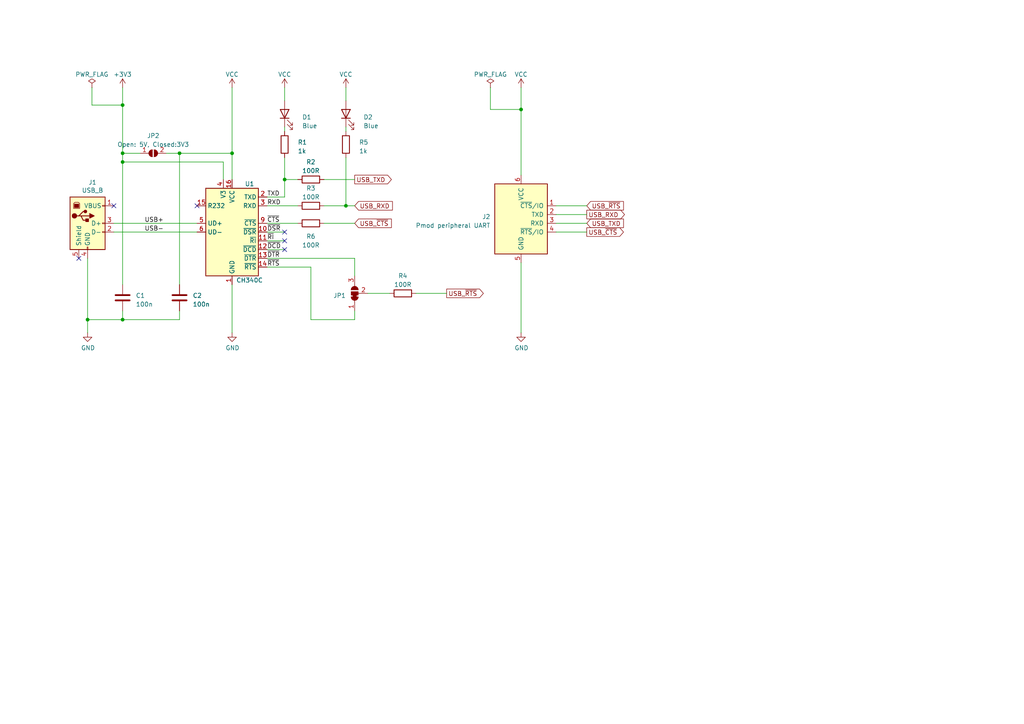
<source format=kicad_sch>
(kicad_sch (version 20230121) (generator eeschema)

  (uuid ef409a08-157a-48a5-aaa9-474c2683968c)

  (paper "A4")

  (title_block
    (title "PMOD USB UART")
    (date "2023-04-01")
    (rev "V1.0")
    (company "https://github.com/atoomnetmarc/PMOD-USB-UART")
    (comment 1 "Apache License, version 2.0")
  )

  (lib_symbols
    (symbol "Connector-extra:Pmod-peripheral-uart" (pin_names (offset 1.016)) (in_bom yes) (on_board yes)
      (property "Reference" "J" (at -6.985 11.43 0)
        (effects (font (size 1.27 1.27)))
      )
      (property "Value" "Pmod peripheral UART" (at 0.635 11.43 0)
        (effects (font (size 1.27 1.27)) (justify left))
      )
      (property "Footprint" "Connector_PinHeader_2.54mm-extra:PinHeader_1x06_P2.54mm_Horizontal" (at 0 -15.24 0)
        (effects (font (size 1.27 1.27)) hide)
      )
      (property "Datasheet" "https://digilent.com/reference/pmod/start" (at -1.27 -17.78 0)
        (effects (font (size 1.27 1.27)) hide)
      )
      (property "ki_keywords" "pmod" (at 0 0 0)
        (effects (font (size 1.27 1.27)) hide)
      )
      (property "ki_description" "Pmod Interface Type 3 (UART) peripheral" (at 0 0 0)
        (effects (font (size 1.27 1.27)) hide)
      )
      (symbol "Pmod-peripheral-uart_0_1"
        (rectangle (start -7.62 10.16) (end 7.62 -10.16)
          (stroke (width 0.254) (type default))
          (fill (type background))
        )
      )
      (symbol "Pmod-peripheral-uart_1_1"
        (pin input line (at 10.16 3.81 180) (length 2.54)
          (name "~{CTS}/IO" (effects (font (size 1.27 1.27))))
          (number "1" (effects (font (size 1.27 1.27))))
        )
        (pin output line (at 10.16 1.27 180) (length 2.54)
          (name "TXD" (effects (font (size 1.27 1.27))))
          (number "2" (effects (font (size 1.27 1.27))))
        )
        (pin input line (at 10.16 -1.27 180) (length 2.54)
          (name "RXD" (effects (font (size 1.27 1.27))))
          (number "3" (effects (font (size 1.27 1.27))))
        )
        (pin output line (at 10.16 -3.81 180) (length 2.54)
          (name "~{RTS}/IO" (effects (font (size 1.27 1.27))))
          (number "4" (effects (font (size 1.27 1.27))))
        )
        (pin power_in line (at 0 -12.7 90) (length 2.54)
          (name "GND" (effects (font (size 1.27 1.27))))
          (number "5" (effects (font (size 1.27 1.27))))
        )
        (pin power_in line (at 0 12.7 270) (length 2.54)
          (name "VCC" (effects (font (size 1.27 1.27))))
          (number "6" (effects (font (size 1.27 1.27))))
        )
      )
    )
    (symbol "Connector:USB_B" (pin_names (offset 1.016)) (in_bom yes) (on_board yes)
      (property "Reference" "J" (at -5.08 11.43 0)
        (effects (font (size 1.27 1.27)) (justify left))
      )
      (property "Value" "USB_B" (at -5.08 8.89 0)
        (effects (font (size 1.27 1.27)) (justify left))
      )
      (property "Footprint" "" (at 3.81 -1.27 0)
        (effects (font (size 1.27 1.27)) hide)
      )
      (property "Datasheet" " ~" (at 3.81 -1.27 0)
        (effects (font (size 1.27 1.27)) hide)
      )
      (property "ki_keywords" "connector USB" (at 0 0 0)
        (effects (font (size 1.27 1.27)) hide)
      )
      (property "ki_description" "USB Type B connector" (at 0 0 0)
        (effects (font (size 1.27 1.27)) hide)
      )
      (property "ki_fp_filters" "USB*" (at 0 0 0)
        (effects (font (size 1.27 1.27)) hide)
      )
      (symbol "USB_B_0_1"
        (rectangle (start -5.08 -7.62) (end 5.08 7.62)
          (stroke (width 0.254) (type default))
          (fill (type background))
        )
        (circle (center -3.81 2.159) (radius 0.635)
          (stroke (width 0.254) (type default))
          (fill (type outline))
        )
        (rectangle (start -3.81 5.588) (end -2.54 4.572)
          (stroke (width 0) (type default))
          (fill (type outline))
        )
        (circle (center -0.635 3.429) (radius 0.381)
          (stroke (width 0.254) (type default))
          (fill (type outline))
        )
        (rectangle (start -0.127 -7.62) (end 0.127 -6.858)
          (stroke (width 0) (type default))
          (fill (type none))
        )
        (polyline
          (pts
            (xy -1.905 2.159)
            (xy 0.635 2.159)
          )
          (stroke (width 0.254) (type default))
          (fill (type none))
        )
        (polyline
          (pts
            (xy -3.175 2.159)
            (xy -2.54 2.159)
            (xy -1.27 3.429)
            (xy -0.635 3.429)
          )
          (stroke (width 0.254) (type default))
          (fill (type none))
        )
        (polyline
          (pts
            (xy -2.54 2.159)
            (xy -1.905 2.159)
            (xy -1.27 0.889)
            (xy 0 0.889)
          )
          (stroke (width 0.254) (type default))
          (fill (type none))
        )
        (polyline
          (pts
            (xy 0.635 2.794)
            (xy 0.635 1.524)
            (xy 1.905 2.159)
            (xy 0.635 2.794)
          )
          (stroke (width 0.254) (type default))
          (fill (type outline))
        )
        (polyline
          (pts
            (xy -4.064 4.318)
            (xy -2.286 4.318)
            (xy -2.286 5.715)
            (xy -2.667 6.096)
            (xy -3.683 6.096)
            (xy -4.064 5.715)
            (xy -4.064 4.318)
          )
          (stroke (width 0) (type default))
          (fill (type none))
        )
        (rectangle (start 0.254 1.27) (end -0.508 0.508)
          (stroke (width 0.254) (type default))
          (fill (type outline))
        )
        (rectangle (start 5.08 -2.667) (end 4.318 -2.413)
          (stroke (width 0) (type default))
          (fill (type none))
        )
        (rectangle (start 5.08 -0.127) (end 4.318 0.127)
          (stroke (width 0) (type default))
          (fill (type none))
        )
        (rectangle (start 5.08 4.953) (end 4.318 5.207)
          (stroke (width 0) (type default))
          (fill (type none))
        )
      )
      (symbol "USB_B_1_1"
        (pin power_out line (at 7.62 5.08 180) (length 2.54)
          (name "VBUS" (effects (font (size 1.27 1.27))))
          (number "1" (effects (font (size 1.27 1.27))))
        )
        (pin bidirectional line (at 7.62 -2.54 180) (length 2.54)
          (name "D-" (effects (font (size 1.27 1.27))))
          (number "2" (effects (font (size 1.27 1.27))))
        )
        (pin bidirectional line (at 7.62 0 180) (length 2.54)
          (name "D+" (effects (font (size 1.27 1.27))))
          (number "3" (effects (font (size 1.27 1.27))))
        )
        (pin power_out line (at 0 -10.16 90) (length 2.54)
          (name "GND" (effects (font (size 1.27 1.27))))
          (number "4" (effects (font (size 1.27 1.27))))
        )
        (pin passive line (at -2.54 -10.16 90) (length 2.54)
          (name "Shield" (effects (font (size 1.27 1.27))))
          (number "5" (effects (font (size 1.27 1.27))))
        )
      )
    )
    (symbol "Device:C" (pin_numbers hide) (pin_names (offset 0.254)) (in_bom yes) (on_board yes)
      (property "Reference" "C" (at 0.635 2.54 0)
        (effects (font (size 1.27 1.27)) (justify left))
      )
      (property "Value" "C" (at 0.635 -2.54 0)
        (effects (font (size 1.27 1.27)) (justify left))
      )
      (property "Footprint" "" (at 0.9652 -3.81 0)
        (effects (font (size 1.27 1.27)) hide)
      )
      (property "Datasheet" "~" (at 0 0 0)
        (effects (font (size 1.27 1.27)) hide)
      )
      (property "ki_keywords" "cap capacitor" (at 0 0 0)
        (effects (font (size 1.27 1.27)) hide)
      )
      (property "ki_description" "Unpolarized capacitor" (at 0 0 0)
        (effects (font (size 1.27 1.27)) hide)
      )
      (property "ki_fp_filters" "C_*" (at 0 0 0)
        (effects (font (size 1.27 1.27)) hide)
      )
      (symbol "C_0_1"
        (polyline
          (pts
            (xy -2.032 -0.762)
            (xy 2.032 -0.762)
          )
          (stroke (width 0.508) (type default))
          (fill (type none))
        )
        (polyline
          (pts
            (xy -2.032 0.762)
            (xy 2.032 0.762)
          )
          (stroke (width 0.508) (type default))
          (fill (type none))
        )
      )
      (symbol "C_1_1"
        (pin passive line (at 0 3.81 270) (length 2.794)
          (name "~" (effects (font (size 1.27 1.27))))
          (number "1" (effects (font (size 1.27 1.27))))
        )
        (pin passive line (at 0 -3.81 90) (length 2.794)
          (name "~" (effects (font (size 1.27 1.27))))
          (number "2" (effects (font (size 1.27 1.27))))
        )
      )
    )
    (symbol "Device:LED" (pin_numbers hide) (pin_names (offset 1.016) hide) (in_bom yes) (on_board yes)
      (property "Reference" "D" (at 0 2.54 0)
        (effects (font (size 1.27 1.27)))
      )
      (property "Value" "LED" (at 0 -2.54 0)
        (effects (font (size 1.27 1.27)))
      )
      (property "Footprint" "" (at 0 0 0)
        (effects (font (size 1.27 1.27)) hide)
      )
      (property "Datasheet" "~" (at 0 0 0)
        (effects (font (size 1.27 1.27)) hide)
      )
      (property "ki_keywords" "LED diode" (at 0 0 0)
        (effects (font (size 1.27 1.27)) hide)
      )
      (property "ki_description" "Light emitting diode" (at 0 0 0)
        (effects (font (size 1.27 1.27)) hide)
      )
      (property "ki_fp_filters" "LED* LED_SMD:* LED_THT:*" (at 0 0 0)
        (effects (font (size 1.27 1.27)) hide)
      )
      (symbol "LED_0_1"
        (polyline
          (pts
            (xy -1.27 -1.27)
            (xy -1.27 1.27)
          )
          (stroke (width 0.254) (type default))
          (fill (type none))
        )
        (polyline
          (pts
            (xy -1.27 0)
            (xy 1.27 0)
          )
          (stroke (width 0) (type default))
          (fill (type none))
        )
        (polyline
          (pts
            (xy 1.27 -1.27)
            (xy 1.27 1.27)
            (xy -1.27 0)
            (xy 1.27 -1.27)
          )
          (stroke (width 0.254) (type default))
          (fill (type none))
        )
        (polyline
          (pts
            (xy -3.048 -0.762)
            (xy -4.572 -2.286)
            (xy -3.81 -2.286)
            (xy -4.572 -2.286)
            (xy -4.572 -1.524)
          )
          (stroke (width 0) (type default))
          (fill (type none))
        )
        (polyline
          (pts
            (xy -1.778 -0.762)
            (xy -3.302 -2.286)
            (xy -2.54 -2.286)
            (xy -3.302 -2.286)
            (xy -3.302 -1.524)
          )
          (stroke (width 0) (type default))
          (fill (type none))
        )
      )
      (symbol "LED_1_1"
        (pin passive line (at -3.81 0 0) (length 2.54)
          (name "K" (effects (font (size 1.27 1.27))))
          (number "1" (effects (font (size 1.27 1.27))))
        )
        (pin passive line (at 3.81 0 180) (length 2.54)
          (name "A" (effects (font (size 1.27 1.27))))
          (number "2" (effects (font (size 1.27 1.27))))
        )
      )
    )
    (symbol "Device:R" (pin_numbers hide) (pin_names (offset 0)) (in_bom yes) (on_board yes)
      (property "Reference" "R" (at 2.032 0 90)
        (effects (font (size 1.27 1.27)))
      )
      (property "Value" "R" (at 0 0 90)
        (effects (font (size 1.27 1.27)))
      )
      (property "Footprint" "" (at -1.778 0 90)
        (effects (font (size 1.27 1.27)) hide)
      )
      (property "Datasheet" "~" (at 0 0 0)
        (effects (font (size 1.27 1.27)) hide)
      )
      (property "ki_keywords" "R res resistor" (at 0 0 0)
        (effects (font (size 1.27 1.27)) hide)
      )
      (property "ki_description" "Resistor" (at 0 0 0)
        (effects (font (size 1.27 1.27)) hide)
      )
      (property "ki_fp_filters" "R_*" (at 0 0 0)
        (effects (font (size 1.27 1.27)) hide)
      )
      (symbol "R_0_1"
        (rectangle (start -1.016 -2.54) (end 1.016 2.54)
          (stroke (width 0.254) (type default))
          (fill (type none))
        )
      )
      (symbol "R_1_1"
        (pin passive line (at 0 3.81 270) (length 1.27)
          (name "~" (effects (font (size 1.27 1.27))))
          (number "1" (effects (font (size 1.27 1.27))))
        )
        (pin passive line (at 0 -3.81 90) (length 1.27)
          (name "~" (effects (font (size 1.27 1.27))))
          (number "2" (effects (font (size 1.27 1.27))))
        )
      )
    )
    (symbol "Interface_USB:CH340C" (in_bom yes) (on_board yes)
      (property "Reference" "U" (at -5.08 13.97 0)
        (effects (font (size 1.27 1.27)) (justify right))
      )
      (property "Value" "CH340C" (at 1.27 13.97 0)
        (effects (font (size 1.27 1.27)) (justify left))
      )
      (property "Footprint" "Package_SO:SOIC-16_3.9x9.9mm_P1.27mm" (at 1.27 -13.97 0)
        (effects (font (size 1.27 1.27)) (justify left) hide)
      )
      (property "Datasheet" "https://datasheet.lcsc.com/szlcsc/Jiangsu-Qin-Heng-CH340C_C84681.pdf" (at -8.89 20.32 0)
        (effects (font (size 1.27 1.27)) hide)
      )
      (property "ki_keywords" "USB UART Serial Converter Interface" (at 0 0 0)
        (effects (font (size 1.27 1.27)) hide)
      )
      (property "ki_description" "USB serial converter, UART, SOIC-16" (at 0 0 0)
        (effects (font (size 1.27 1.27)) hide)
      )
      (property "ki_fp_filters" "SOIC*3.9x9.9mm*P1.27mm*" (at 0 0 0)
        (effects (font (size 1.27 1.27)) hide)
      )
      (symbol "CH340C_0_1"
        (rectangle (start -7.62 12.7) (end 7.62 -12.7)
          (stroke (width 0.254) (type default))
          (fill (type background))
        )
      )
      (symbol "CH340C_1_1"
        (pin power_in line (at 0 -15.24 90) (length 2.54)
          (name "GND" (effects (font (size 1.27 1.27))))
          (number "1" (effects (font (size 1.27 1.27))))
        )
        (pin input line (at 10.16 0 180) (length 2.54)
          (name "~{DSR}" (effects (font (size 1.27 1.27))))
          (number "10" (effects (font (size 1.27 1.27))))
        )
        (pin input line (at 10.16 -2.54 180) (length 2.54)
          (name "~{RI}" (effects (font (size 1.27 1.27))))
          (number "11" (effects (font (size 1.27 1.27))))
        )
        (pin input line (at 10.16 -5.08 180) (length 2.54)
          (name "~{DCD}" (effects (font (size 1.27 1.27))))
          (number "12" (effects (font (size 1.27 1.27))))
        )
        (pin output line (at 10.16 -7.62 180) (length 2.54)
          (name "~{DTR}" (effects (font (size 1.27 1.27))))
          (number "13" (effects (font (size 1.27 1.27))))
        )
        (pin output line (at 10.16 -10.16 180) (length 2.54)
          (name "~{RTS}" (effects (font (size 1.27 1.27))))
          (number "14" (effects (font (size 1.27 1.27))))
        )
        (pin input line (at -10.16 7.62 0) (length 2.54)
          (name "R232" (effects (font (size 1.27 1.27))))
          (number "15" (effects (font (size 1.27 1.27))))
        )
        (pin power_in line (at 0 15.24 270) (length 2.54)
          (name "VCC" (effects (font (size 1.27 1.27))))
          (number "16" (effects (font (size 1.27 1.27))))
        )
        (pin output line (at 10.16 10.16 180) (length 2.54)
          (name "TXD" (effects (font (size 1.27 1.27))))
          (number "2" (effects (font (size 1.27 1.27))))
        )
        (pin input line (at 10.16 7.62 180) (length 2.54)
          (name "RXD" (effects (font (size 1.27 1.27))))
          (number "3" (effects (font (size 1.27 1.27))))
        )
        (pin passive line (at -2.54 15.24 270) (length 2.54)
          (name "V3" (effects (font (size 1.27 1.27))))
          (number "4" (effects (font (size 1.27 1.27))))
        )
        (pin bidirectional line (at -10.16 2.54 0) (length 2.54)
          (name "UD+" (effects (font (size 1.27 1.27))))
          (number "5" (effects (font (size 1.27 1.27))))
        )
        (pin bidirectional line (at -10.16 0 0) (length 2.54)
          (name "UD-" (effects (font (size 1.27 1.27))))
          (number "6" (effects (font (size 1.27 1.27))))
        )
        (pin no_connect line (at -7.62 -7.62 0) (length 2.54) hide
          (name "NC" (effects (font (size 1.27 1.27))))
          (number "7" (effects (font (size 1.27 1.27))))
        )
        (pin no_connect line (at -7.62 -10.16 0) (length 2.54) hide
          (name "NC" (effects (font (size 1.27 1.27))))
          (number "8" (effects (font (size 1.27 1.27))))
        )
        (pin input line (at 10.16 2.54 180) (length 2.54)
          (name "~{CTS}" (effects (font (size 1.27 1.27))))
          (number "9" (effects (font (size 1.27 1.27))))
        )
      )
    )
    (symbol "Jumper:SolderJumper_2_Open" (pin_names (offset 0) hide) (in_bom yes) (on_board yes)
      (property "Reference" "JP" (at 0 2.032 0)
        (effects (font (size 1.27 1.27)))
      )
      (property "Value" "SolderJumper_2_Open" (at 0 -2.54 0)
        (effects (font (size 1.27 1.27)))
      )
      (property "Footprint" "" (at 0 0 0)
        (effects (font (size 1.27 1.27)) hide)
      )
      (property "Datasheet" "~" (at 0 0 0)
        (effects (font (size 1.27 1.27)) hide)
      )
      (property "ki_keywords" "solder jumper SPST" (at 0 0 0)
        (effects (font (size 1.27 1.27)) hide)
      )
      (property "ki_description" "Solder Jumper, 2-pole, open" (at 0 0 0)
        (effects (font (size 1.27 1.27)) hide)
      )
      (property "ki_fp_filters" "SolderJumper*Open*" (at 0 0 0)
        (effects (font (size 1.27 1.27)) hide)
      )
      (symbol "SolderJumper_2_Open_0_1"
        (arc (start -0.254 1.016) (mid -1.2656 0) (end -0.254 -1.016)
          (stroke (width 0) (type default))
          (fill (type none))
        )
        (arc (start -0.254 1.016) (mid -1.2656 0) (end -0.254 -1.016)
          (stroke (width 0) (type default))
          (fill (type outline))
        )
        (polyline
          (pts
            (xy -0.254 1.016)
            (xy -0.254 -1.016)
          )
          (stroke (width 0) (type default))
          (fill (type none))
        )
        (polyline
          (pts
            (xy 0.254 1.016)
            (xy 0.254 -1.016)
          )
          (stroke (width 0) (type default))
          (fill (type none))
        )
        (arc (start 0.254 -1.016) (mid 1.2656 0) (end 0.254 1.016)
          (stroke (width 0) (type default))
          (fill (type none))
        )
        (arc (start 0.254 -1.016) (mid 1.2656 0) (end 0.254 1.016)
          (stroke (width 0) (type default))
          (fill (type outline))
        )
      )
      (symbol "SolderJumper_2_Open_1_1"
        (pin passive line (at -3.81 0 0) (length 2.54)
          (name "A" (effects (font (size 1.27 1.27))))
          (number "1" (effects (font (size 1.27 1.27))))
        )
        (pin passive line (at 3.81 0 180) (length 2.54)
          (name "B" (effects (font (size 1.27 1.27))))
          (number "2" (effects (font (size 1.27 1.27))))
        )
      )
    )
    (symbol "Jumper:SolderJumper_3_Bridged12" (pin_names (offset 0) hide) (in_bom yes) (on_board yes)
      (property "Reference" "JP" (at -2.54 -2.54 0)
        (effects (font (size 1.27 1.27)))
      )
      (property "Value" "SolderJumper_3_Bridged12" (at 0 2.794 0)
        (effects (font (size 1.27 1.27)))
      )
      (property "Footprint" "" (at 0 0 0)
        (effects (font (size 1.27 1.27)) hide)
      )
      (property "Datasheet" "~" (at 0 0 0)
        (effects (font (size 1.27 1.27)) hide)
      )
      (property "ki_keywords" "Solder Jumper SPDT" (at 0 0 0)
        (effects (font (size 1.27 1.27)) hide)
      )
      (property "ki_description" "3-pole Solder Jumper, pins 1+2 closed/bridged" (at 0 0 0)
        (effects (font (size 1.27 1.27)) hide)
      )
      (property "ki_fp_filters" "SolderJumper*Bridged12*" (at 0 0 0)
        (effects (font (size 1.27 1.27)) hide)
      )
      (symbol "SolderJumper_3_Bridged12_0_1"
        (rectangle (start -1.016 0.508) (end -0.508 -0.508)
          (stroke (width 0) (type default))
          (fill (type outline))
        )
        (arc (start -1.016 1.016) (mid -2.0276 0) (end -1.016 -1.016)
          (stroke (width 0) (type default))
          (fill (type none))
        )
        (arc (start -1.016 1.016) (mid -2.0276 0) (end -1.016 -1.016)
          (stroke (width 0) (type default))
          (fill (type outline))
        )
        (rectangle (start -0.508 1.016) (end 0.508 -1.016)
          (stroke (width 0) (type default))
          (fill (type outline))
        )
        (polyline
          (pts
            (xy -2.54 0)
            (xy -2.032 0)
          )
          (stroke (width 0) (type default))
          (fill (type none))
        )
        (polyline
          (pts
            (xy -1.016 1.016)
            (xy -1.016 -1.016)
          )
          (stroke (width 0) (type default))
          (fill (type none))
        )
        (polyline
          (pts
            (xy 0 -1.27)
            (xy 0 -1.016)
          )
          (stroke (width 0) (type default))
          (fill (type none))
        )
        (polyline
          (pts
            (xy 1.016 1.016)
            (xy 1.016 -1.016)
          )
          (stroke (width 0) (type default))
          (fill (type none))
        )
        (polyline
          (pts
            (xy 2.54 0)
            (xy 2.032 0)
          )
          (stroke (width 0) (type default))
          (fill (type none))
        )
        (arc (start 1.016 -1.016) (mid 2.0276 0) (end 1.016 1.016)
          (stroke (width 0) (type default))
          (fill (type none))
        )
        (arc (start 1.016 -1.016) (mid 2.0276 0) (end 1.016 1.016)
          (stroke (width 0) (type default))
          (fill (type outline))
        )
      )
      (symbol "SolderJumper_3_Bridged12_1_1"
        (pin passive line (at -5.08 0 0) (length 2.54)
          (name "A" (effects (font (size 1.27 1.27))))
          (number "1" (effects (font (size 1.27 1.27))))
        )
        (pin passive line (at 0 -3.81 90) (length 2.54)
          (name "C" (effects (font (size 1.27 1.27))))
          (number "2" (effects (font (size 1.27 1.27))))
        )
        (pin passive line (at 5.08 0 180) (length 2.54)
          (name "B" (effects (font (size 1.27 1.27))))
          (number "3" (effects (font (size 1.27 1.27))))
        )
      )
    )
    (symbol "power:+3V3" (power) (pin_names (offset 0)) (in_bom yes) (on_board yes)
      (property "Reference" "#PWR" (at 0 -3.81 0)
        (effects (font (size 1.27 1.27)) hide)
      )
      (property "Value" "+3V3" (at 0 3.556 0)
        (effects (font (size 1.27 1.27)))
      )
      (property "Footprint" "" (at 0 0 0)
        (effects (font (size 1.27 1.27)) hide)
      )
      (property "Datasheet" "" (at 0 0 0)
        (effects (font (size 1.27 1.27)) hide)
      )
      (property "ki_keywords" "global power" (at 0 0 0)
        (effects (font (size 1.27 1.27)) hide)
      )
      (property "ki_description" "Power symbol creates a global label with name \"+3V3\"" (at 0 0 0)
        (effects (font (size 1.27 1.27)) hide)
      )
      (symbol "+3V3_0_1"
        (polyline
          (pts
            (xy -0.762 1.27)
            (xy 0 2.54)
          )
          (stroke (width 0) (type default))
          (fill (type none))
        )
        (polyline
          (pts
            (xy 0 0)
            (xy 0 2.54)
          )
          (stroke (width 0) (type default))
          (fill (type none))
        )
        (polyline
          (pts
            (xy 0 2.54)
            (xy 0.762 1.27)
          )
          (stroke (width 0) (type default))
          (fill (type none))
        )
      )
      (symbol "+3V3_1_1"
        (pin power_in line (at 0 0 90) (length 0) hide
          (name "+3V3" (effects (font (size 1.27 1.27))))
          (number "1" (effects (font (size 1.27 1.27))))
        )
      )
    )
    (symbol "power:GND" (power) (pin_names (offset 0)) (in_bom yes) (on_board yes)
      (property "Reference" "#PWR" (at 0 -6.35 0)
        (effects (font (size 1.27 1.27)) hide)
      )
      (property "Value" "GND" (at 0 -3.81 0)
        (effects (font (size 1.27 1.27)))
      )
      (property "Footprint" "" (at 0 0 0)
        (effects (font (size 1.27 1.27)) hide)
      )
      (property "Datasheet" "" (at 0 0 0)
        (effects (font (size 1.27 1.27)) hide)
      )
      (property "ki_keywords" "global power" (at 0 0 0)
        (effects (font (size 1.27 1.27)) hide)
      )
      (property "ki_description" "Power symbol creates a global label with name \"GND\" , ground" (at 0 0 0)
        (effects (font (size 1.27 1.27)) hide)
      )
      (symbol "GND_0_1"
        (polyline
          (pts
            (xy 0 0)
            (xy 0 -1.27)
            (xy 1.27 -1.27)
            (xy 0 -2.54)
            (xy -1.27 -1.27)
            (xy 0 -1.27)
          )
          (stroke (width 0) (type default))
          (fill (type none))
        )
      )
      (symbol "GND_1_1"
        (pin power_in line (at 0 0 270) (length 0) hide
          (name "GND" (effects (font (size 1.27 1.27))))
          (number "1" (effects (font (size 1.27 1.27))))
        )
      )
    )
    (symbol "power:PWR_FLAG" (power) (pin_numbers hide) (pin_names (offset 0) hide) (in_bom yes) (on_board yes)
      (property "Reference" "#FLG" (at 0 1.905 0)
        (effects (font (size 1.27 1.27)) hide)
      )
      (property "Value" "PWR_FLAG" (at 0 3.81 0)
        (effects (font (size 1.27 1.27)))
      )
      (property "Footprint" "" (at 0 0 0)
        (effects (font (size 1.27 1.27)) hide)
      )
      (property "Datasheet" "~" (at 0 0 0)
        (effects (font (size 1.27 1.27)) hide)
      )
      (property "ki_keywords" "flag power" (at 0 0 0)
        (effects (font (size 1.27 1.27)) hide)
      )
      (property "ki_description" "Special symbol for telling ERC where power comes from" (at 0 0 0)
        (effects (font (size 1.27 1.27)) hide)
      )
      (symbol "PWR_FLAG_0_0"
        (pin power_out line (at 0 0 90) (length 0)
          (name "pwr" (effects (font (size 1.27 1.27))))
          (number "1" (effects (font (size 1.27 1.27))))
        )
      )
      (symbol "PWR_FLAG_0_1"
        (polyline
          (pts
            (xy 0 0)
            (xy 0 1.27)
            (xy -1.016 1.905)
            (xy 0 2.54)
            (xy 1.016 1.905)
            (xy 0 1.27)
          )
          (stroke (width 0) (type default))
          (fill (type none))
        )
      )
    )
    (symbol "power:VCC" (power) (pin_names (offset 0)) (in_bom yes) (on_board yes)
      (property "Reference" "#PWR" (at 0 -3.81 0)
        (effects (font (size 1.27 1.27)) hide)
      )
      (property "Value" "VCC" (at 0 3.81 0)
        (effects (font (size 1.27 1.27)))
      )
      (property "Footprint" "" (at 0 0 0)
        (effects (font (size 1.27 1.27)) hide)
      )
      (property "Datasheet" "" (at 0 0 0)
        (effects (font (size 1.27 1.27)) hide)
      )
      (property "ki_keywords" "global power" (at 0 0 0)
        (effects (font (size 1.27 1.27)) hide)
      )
      (property "ki_description" "Power symbol creates a global label with name \"VCC\"" (at 0 0 0)
        (effects (font (size 1.27 1.27)) hide)
      )
      (symbol "VCC_0_1"
        (polyline
          (pts
            (xy -0.762 1.27)
            (xy 0 2.54)
          )
          (stroke (width 0) (type default))
          (fill (type none))
        )
        (polyline
          (pts
            (xy 0 0)
            (xy 0 2.54)
          )
          (stroke (width 0) (type default))
          (fill (type none))
        )
        (polyline
          (pts
            (xy 0 2.54)
            (xy 0.762 1.27)
          )
          (stroke (width 0) (type default))
          (fill (type none))
        )
      )
      (symbol "VCC_1_1"
        (pin power_in line (at 0 0 90) (length 0) hide
          (name "VCC" (effects (font (size 1.27 1.27))))
          (number "1" (effects (font (size 1.27 1.27))))
        )
      )
    )
  )

  (junction (at 35.56 44.45) (diameter 0) (color 0 0 0 0)
    (uuid 1e1c1255-f48c-4609-93e1-d2b67f0bb367)
  )
  (junction (at 35.56 92.71) (diameter 0) (color 0 0 0 0)
    (uuid 23c3712b-ec5f-43d1-a8fd-d6b106d92295)
  )
  (junction (at 100.33 59.69) (diameter 0) (color 0 0 0 0)
    (uuid 46b27091-2df2-49d7-8c6c-1ad6a2d81a5c)
  )
  (junction (at 35.56 46.99) (diameter 0) (color 0 0 0 0)
    (uuid 9c212fde-8617-44aa-8be2-64403589d135)
  )
  (junction (at 35.56 30.48) (diameter 0) (color 0 0 0 0)
    (uuid a342ff29-c065-4b15-8f86-621c2395e711)
  )
  (junction (at 67.31 44.45) (diameter 0) (color 0 0 0 0)
    (uuid a9401b10-811c-4a67-b374-3bdc3e099601)
  )
  (junction (at 82.55 52.07) (diameter 0) (color 0 0 0 0)
    (uuid b9a79ad2-1d91-48e9-ab47-c1cf6f004c0c)
  )
  (junction (at 25.4 92.71) (diameter 0) (color 0 0 0 0)
    (uuid e46c9279-dadb-4b98-9f77-c41c04350a3e)
  )
  (junction (at 151.13 31.75) (diameter 0) (color 0 0 0 0)
    (uuid eee73422-3f27-45f0-a222-c38cf9218c5c)
  )
  (junction (at 52.07 44.45) (diameter 0) (color 0 0 0 0)
    (uuid f4c88dbb-5cb5-4733-9fb4-9958b991f06f)
  )

  (no_connect (at 57.15 59.69) (uuid 1fce8a87-10f4-4017-a208-637c3c93e65e))
  (no_connect (at 22.86 74.93) (uuid 21106816-2dd0-4479-a084-a9e2fff0a983))
  (no_connect (at 82.55 69.85) (uuid 257e12f5-2355-464c-8d22-fb856d319638))
  (no_connect (at 82.55 67.31) (uuid 2885913e-2058-4167-b32b-27f14157f3da))
  (no_connect (at 33.02 59.69) (uuid a2eef0bb-51e8-48a6-96d8-b569661b0e2a))
  (no_connect (at 82.55 72.39) (uuid b16e7748-2068-430e-94e3-eeb0a1839b7c))

  (wire (pts (xy 57.15 64.77) (xy 33.02 64.77))
    (stroke (width 0) (type default))
    (uuid 0427e93c-7087-4ad1-9a37-5005e5aec8a7)
  )
  (wire (pts (xy 67.31 52.07) (xy 67.31 44.45))
    (stroke (width 0) (type default))
    (uuid 0e6486e0-b76d-46e3-a56d-6a07c1beadf8)
  )
  (wire (pts (xy 102.87 80.01) (xy 102.87 74.93))
    (stroke (width 0) (type default))
    (uuid 13ebfac0-aa79-4b34-a4c6-90e834fc338a)
  )
  (wire (pts (xy 52.07 92.71) (xy 52.07 90.17))
    (stroke (width 0) (type default))
    (uuid 17d7196b-dc7d-4eaf-869e-5ba3ba52bf41)
  )
  (wire (pts (xy 77.47 64.77) (xy 86.36 64.77))
    (stroke (width 0) (type default))
    (uuid 1ad1d7f0-0b29-41a2-a404-25ca859791d0)
  )
  (wire (pts (xy 77.47 77.47) (xy 90.17 77.47))
    (stroke (width 0) (type default))
    (uuid 1b880ffc-45d7-4621-97ee-32a8618db6d9)
  )
  (wire (pts (xy 35.56 90.17) (xy 35.56 92.71))
    (stroke (width 0) (type default))
    (uuid 1d6f23bf-23a1-4ee5-bceb-5a514f29368c)
  )
  (wire (pts (xy 35.56 44.45) (xy 35.56 46.99))
    (stroke (width 0) (type default))
    (uuid 1ec363cf-8b2c-49e0-b08e-141829e9d0a4)
  )
  (wire (pts (xy 26.67 30.48) (xy 35.56 30.48))
    (stroke (width 0) (type default))
    (uuid 20462f8d-699d-4258-b40f-e3441877b21d)
  )
  (wire (pts (xy 35.56 25.4) (xy 35.56 30.48))
    (stroke (width 0) (type default))
    (uuid 2572c177-553c-4f76-9408-771d9c3deaa2)
  )
  (wire (pts (xy 100.33 29.21) (xy 100.33 25.4))
    (stroke (width 0) (type default))
    (uuid 266a7df1-51e1-4c14-8a0a-926973cbe612)
  )
  (wire (pts (xy 77.47 67.31) (xy 82.55 67.31))
    (stroke (width 0) (type default))
    (uuid 272021a1-13a1-49d6-b266-8145e8de2076)
  )
  (wire (pts (xy 93.98 59.69) (xy 100.33 59.69))
    (stroke (width 0) (type default))
    (uuid 2a43ca64-cc1c-4b84-ad71-e17c655bd544)
  )
  (wire (pts (xy 77.47 74.93) (xy 102.87 74.93))
    (stroke (width 0) (type default))
    (uuid 2ee4d632-ca1e-43b0-a16b-71f1c142c701)
  )
  (wire (pts (xy 106.68 85.09) (xy 113.03 85.09))
    (stroke (width 0) (type default))
    (uuid 32339ceb-9e6d-4fc1-8ec9-b7ff06d552fe)
  )
  (wire (pts (xy 161.29 59.69) (xy 170.18 59.69))
    (stroke (width 0) (type default))
    (uuid 34467498-e4c1-400e-9deb-97d3d91ba865)
  )
  (wire (pts (xy 90.17 77.47) (xy 90.17 92.71))
    (stroke (width 0) (type default))
    (uuid 38e70248-0a34-4987-ac58-9dcbe86a2dc0)
  )
  (wire (pts (xy 33.02 67.31) (xy 57.15 67.31))
    (stroke (width 0) (type default))
    (uuid 3c13c459-f3b8-4ed6-a0c8-1dc5d7e66355)
  )
  (wire (pts (xy 25.4 74.93) (xy 25.4 92.71))
    (stroke (width 0) (type default))
    (uuid 43ada132-ba15-4d50-8cdf-3417a23ae43e)
  )
  (wire (pts (xy 93.98 52.07) (xy 102.87 52.07))
    (stroke (width 0) (type default))
    (uuid 46580107-7445-43de-bf49-09d68e64933b)
  )
  (wire (pts (xy 90.17 92.71) (xy 102.87 92.71))
    (stroke (width 0) (type default))
    (uuid 474cbd86-198e-41f3-9499-cafc7d70f2bd)
  )
  (wire (pts (xy 82.55 29.21) (xy 82.55 25.4))
    (stroke (width 0) (type default))
    (uuid 4ab66c76-3cf8-498e-b708-1d86b747e011)
  )
  (wire (pts (xy 82.55 45.72) (xy 82.55 52.07))
    (stroke (width 0) (type default))
    (uuid 4ea19fa4-489f-4c37-b733-7465be9fa459)
  )
  (wire (pts (xy 52.07 44.45) (xy 67.31 44.45))
    (stroke (width 0) (type default))
    (uuid 55323de2-69e9-48ff-a4b3-2e820d843441)
  )
  (wire (pts (xy 48.26 44.45) (xy 52.07 44.45))
    (stroke (width 0) (type default))
    (uuid 5c2f620b-4bca-48a9-9bb2-38f74b8c9571)
  )
  (wire (pts (xy 151.13 31.75) (xy 151.13 50.8))
    (stroke (width 0) (type default))
    (uuid 66216b20-7e49-4f3d-bd8a-bc5cfa69112e)
  )
  (wire (pts (xy 25.4 96.52) (xy 25.4 92.71))
    (stroke (width 0) (type default))
    (uuid 696acebe-ca11-4b52-9bdc-fa4cb02e1264)
  )
  (wire (pts (xy 93.98 64.77) (xy 102.87 64.77))
    (stroke (width 0) (type default))
    (uuid 70b21677-9698-41cf-993e-ff973d931d35)
  )
  (wire (pts (xy 161.29 67.31) (xy 170.18 67.31))
    (stroke (width 0) (type default))
    (uuid 73c1304c-0a17-4caa-ae0c-c6a556a42163)
  )
  (wire (pts (xy 77.47 72.39) (xy 82.55 72.39))
    (stroke (width 0) (type default))
    (uuid 7485b6a5-4e65-4f5f-8896-51f141e61b11)
  )
  (wire (pts (xy 151.13 76.2) (xy 151.13 96.52))
    (stroke (width 0) (type default))
    (uuid 76d4e58f-68b4-47a0-9bc6-aff877c01182)
  )
  (wire (pts (xy 142.24 25.4) (xy 142.24 31.75))
    (stroke (width 0) (type default))
    (uuid 7a9fbe91-3905-4422-a232-73745cfa2218)
  )
  (wire (pts (xy 77.47 57.15) (xy 82.55 57.15))
    (stroke (width 0) (type default))
    (uuid 7b4af177-5e4d-43e3-80eb-1baca8f06678)
  )
  (wire (pts (xy 102.87 92.71) (xy 102.87 90.17))
    (stroke (width 0) (type default))
    (uuid 822ed022-18b9-44a7-8c59-5c7d27e6a421)
  )
  (wire (pts (xy 100.33 38.1) (xy 100.33 36.83))
    (stroke (width 0) (type default))
    (uuid 887770c4-3ad1-4e91-a043-db2167e6bee5)
  )
  (wire (pts (xy 82.55 38.1) (xy 82.55 36.83))
    (stroke (width 0) (type default))
    (uuid 89eb005f-bbb1-45d2-8a77-476a25d31ad6)
  )
  (wire (pts (xy 82.55 52.07) (xy 86.36 52.07))
    (stroke (width 0) (type default))
    (uuid 8d5148e0-0c7f-4e54-b3a1-1e13da283a07)
  )
  (wire (pts (xy 77.47 59.69) (xy 86.36 59.69))
    (stroke (width 0) (type default))
    (uuid 976aa5f2-53df-4da5-9b9f-a1e0409397b2)
  )
  (wire (pts (xy 151.13 25.4) (xy 151.13 31.75))
    (stroke (width 0) (type default))
    (uuid a3c71ed2-6717-49e2-ae16-068c2a2f6d7e)
  )
  (wire (pts (xy 161.29 64.77) (xy 170.18 64.77))
    (stroke (width 0) (type default))
    (uuid af681b28-9b0f-4d68-921a-83c643536619)
  )
  (wire (pts (xy 100.33 45.72) (xy 100.33 59.69))
    (stroke (width 0) (type default))
    (uuid b02a0638-aa3f-46fd-8e08-1e9ed3054529)
  )
  (wire (pts (xy 52.07 82.55) (xy 52.07 44.45))
    (stroke (width 0) (type default))
    (uuid b044586e-8548-4510-af83-b232155136ef)
  )
  (wire (pts (xy 35.56 46.99) (xy 35.56 82.55))
    (stroke (width 0) (type default))
    (uuid b3e86596-6104-43f6-821f-b1a3ccb0ac59)
  )
  (wire (pts (xy 26.67 25.4) (xy 26.67 30.48))
    (stroke (width 0) (type default))
    (uuid ba018373-e9ce-45f8-9802-169b3eb3a297)
  )
  (wire (pts (xy 77.47 69.85) (xy 82.55 69.85))
    (stroke (width 0) (type default))
    (uuid c3c79022-132b-4ab7-8d41-1b0915fd965b)
  )
  (wire (pts (xy 40.64 44.45) (xy 35.56 44.45))
    (stroke (width 0) (type default))
    (uuid c6b7e2ca-ce3b-4e09-a5c2-4b98c29feb1f)
  )
  (wire (pts (xy 161.29 62.23) (xy 170.18 62.23))
    (stroke (width 0) (type default))
    (uuid c73e995d-8430-4a49-afb6-20ac3b9b0390)
  )
  (wire (pts (xy 82.55 57.15) (xy 82.55 52.07))
    (stroke (width 0) (type default))
    (uuid ca3ad528-4ff8-463e-b9ba-63b3d846e2da)
  )
  (wire (pts (xy 35.56 30.48) (xy 35.56 44.45))
    (stroke (width 0) (type default))
    (uuid cc0d7cd5-2524-4816-94df-fdf310656313)
  )
  (wire (pts (xy 35.56 92.71) (xy 52.07 92.71))
    (stroke (width 0) (type default))
    (uuid dab92b69-2574-436e-b466-b52c211efb84)
  )
  (wire (pts (xy 67.31 96.52) (xy 67.31 82.55))
    (stroke (width 0) (type default))
    (uuid e1a2521f-c50f-4af5-94d1-1b03c9b3b56a)
  )
  (wire (pts (xy 67.31 25.4) (xy 67.31 44.45))
    (stroke (width 0) (type default))
    (uuid e3e120e6-5ba1-4b9b-a341-d8a835c9e072)
  )
  (wire (pts (xy 100.33 59.69) (xy 102.87 59.69))
    (stroke (width 0) (type default))
    (uuid e5c5a69e-eae0-42ee-a939-a7e38e73b41f)
  )
  (wire (pts (xy 35.56 46.99) (xy 64.77 46.99))
    (stroke (width 0) (type default))
    (uuid ec2eaeb9-a57a-4dae-8d60-234960a45316)
  )
  (wire (pts (xy 120.65 85.09) (xy 129.54 85.09))
    (stroke (width 0) (type default))
    (uuid efb62c68-2863-4e1f-bfac-39cb9719ce3e)
  )
  (wire (pts (xy 142.24 31.75) (xy 151.13 31.75))
    (stroke (width 0) (type default))
    (uuid f27d7d14-dfce-4ef1-ac39-2ba384016f30)
  )
  (wire (pts (xy 35.56 92.71) (xy 25.4 92.71))
    (stroke (width 0) (type default))
    (uuid f71c31aa-f4bc-485e-ace6-c9cc6ef21d32)
  )
  (wire (pts (xy 64.77 46.99) (xy 64.77 52.07))
    (stroke (width 0) (type default))
    (uuid fcb8e1d9-2848-4a52-b425-bfcb0b370f32)
  )

  (label "~{CTS}" (at 77.47 64.77 0) (fields_autoplaced)
    (effects (font (size 1.27 1.27)) (justify left bottom))
    (uuid 156b7f52-2caa-42c5-9283-8e743b237054)
  )
  (label "~{RI}" (at 77.47 69.85 0) (fields_autoplaced)
    (effects (font (size 1.27 1.27)) (justify left bottom))
    (uuid 224f8b2a-c4e6-4efc-be37-bf8dae8c3c8c)
  )
  (label "RXD" (at 77.47 59.69 0) (fields_autoplaced)
    (effects (font (size 1.27 1.27)) (justify left bottom))
    (uuid 3a97a909-2316-40da-a47a-75f51cce90c8)
  )
  (label "USB-" (at 41.91 67.31 0) (fields_autoplaced)
    (effects (font (size 1.27 1.27)) (justify left bottom))
    (uuid 41143eb4-aaac-4f3f-bf7d-16c861b24d89)
  )
  (label "~{DTR}" (at 77.47 74.93 0) (fields_autoplaced)
    (effects (font (size 1.27 1.27)) (justify left bottom))
    (uuid 527750ba-84d4-48a3-a368-55ae2c66167a)
  )
  (label "~{RTS}" (at 77.47 77.47 0) (fields_autoplaced)
    (effects (font (size 1.27 1.27)) (justify left bottom))
    (uuid 9101266a-bd84-4301-874d-41d51829d336)
  )
  (label "TXD" (at 77.47 57.15 0) (fields_autoplaced)
    (effects (font (size 1.27 1.27)) (justify left bottom))
    (uuid add69f0c-2d93-4732-9ae8-0cf02dab3bd6)
  )
  (label "USB+" (at 41.91 64.77 0) (fields_autoplaced)
    (effects (font (size 1.27 1.27)) (justify left bottom))
    (uuid b9a04eb4-cc95-4cb7-9d61-5a1a0644b2e0)
  )
  (label "~{DCD}" (at 77.47 72.39 0) (fields_autoplaced)
    (effects (font (size 1.27 1.27)) (justify left bottom))
    (uuid dfa925c8-43d1-4885-a6c3-f0c15f53c593)
  )
  (label "~{DSR}" (at 77.47 67.31 0) (fields_autoplaced)
    (effects (font (size 1.27 1.27)) (justify left bottom))
    (uuid efc94c0c-9138-48f3-9256-e28645a51df0)
  )

  (global_label "USB_~{RTS}" (shape input) (at 170.18 59.69 0) (fields_autoplaced)
    (effects (font (size 1.27 1.27)) (justify left))
    (uuid 53a38a06-2ca5-4f5b-ac63-c4c702d05554)
    (property "Intersheetrefs" "${INTERSHEET_REFS}" (at 181.3105 59.69 0)
      (effects (font (size 1.27 1.27)) (justify left) hide)
    )
  )
  (global_label "USB_~{RTS}" (shape output) (at 129.54 85.09 0) (fields_autoplaced)
    (effects (font (size 1.27 1.27)) (justify left))
    (uuid 6c9e3d0e-80f0-4b21-beda-5752cccb8ac5)
    (property "Intersheetrefs" "${INTERSHEET_REFS}" (at 140.6705 85.09 0)
      (effects (font (size 1.27 1.27)) (justify left) hide)
    )
  )
  (global_label "USB_RXD" (shape input) (at 102.87 59.69 0) (fields_autoplaced)
    (effects (font (size 1.27 1.27)) (justify left))
    (uuid 6f3e676c-bc51-4a91-adb2-305deb3555f7)
    (property "Intersheetrefs" "${INTERSHEET_REFS}" (at 113.6487 59.69 0)
      (effects (font (size 1.27 1.27)) (justify left) hide)
    )
  )
  (global_label "USB_TXD" (shape output) (at 102.87 52.07 0) (fields_autoplaced)
    (effects (font (size 1.27 1.27)) (justify left))
    (uuid 6f7be884-df0b-4f9c-85d7-15e3279c2c6c)
    (property "Intersheetrefs" "${INTERSHEET_REFS}" (at 113.3463 52.07 0)
      (effects (font (size 1.27 1.27)) (justify left) hide)
    )
  )
  (global_label "USB_RXD" (shape output) (at 170.18 62.23 0) (fields_autoplaced)
    (effects (font (size 1.27 1.27)) (justify left))
    (uuid b4d68599-0d37-47ae-bd81-eef201dd5ddc)
    (property "Intersheetrefs" "${INTERSHEET_REFS}" (at 181.6129 62.23 0)
      (effects (font (size 1.27 1.27)) (justify left) hide)
    )
  )
  (global_label "USB_~{CTS}" (shape input) (at 102.87 64.77 0) (fields_autoplaced)
    (effects (font (size 1.27 1.27)) (justify left))
    (uuid d2426089-2f33-4d86-9948-f8e218ee9799)
    (property "Intersheetrefs" "${INTERSHEET_REFS}" (at 114.0005 64.77 0)
      (effects (font (size 1.27 1.27)) (justify left) hide)
    )
  )
  (global_label "USB_~{CTS}" (shape output) (at 170.18 67.31 0) (fields_autoplaced)
    (effects (font (size 1.27 1.27)) (justify left))
    (uuid d4e72770-3db8-4671-8338-e25dc08c63c8)
    (property "Intersheetrefs" "${INTERSHEET_REFS}" (at 181.3105 67.31 0)
      (effects (font (size 1.27 1.27)) (justify left) hide)
    )
  )
  (global_label "USB_TXD" (shape input) (at 170.18 64.77 0) (fields_autoplaced)
    (effects (font (size 1.27 1.27)) (justify left))
    (uuid d6b162d8-e52c-4f72-9a92-95698c6d116f)
    (property "Intersheetrefs" "${INTERSHEET_REFS}" (at 181.3105 64.77 0)
      (effects (font (size 1.27 1.27)) (justify left) hide)
    )
  )

  (symbol (lib_id "Jumper:SolderJumper_2_Open") (at 44.45 44.45 0) (unit 1)
    (in_bom no) (on_board yes) (dnp no) (fields_autoplaced)
    (uuid 0e5c8b22-2a5d-4a37-951a-90f566b71a25)
    (property "Reference" "JP2" (at 44.45 39.37 0)
      (effects (font (size 1.27 1.27)))
    )
    (property "Value" "Open: 5V, Closed:3V3" (at 44.45 41.91 0)
      (effects (font (size 1.27 1.27)))
    )
    (property "Footprint" "Jumper:SolderJumper-2_P1.3mm_Open_RoundedPad1.0x1.5mm" (at 44.45 44.45 0)
      (effects (font (size 1.27 1.27)) hide)
    )
    (property "Datasheet" "~" (at 44.45 44.45 0)
      (effects (font (size 1.27 1.27)) hide)
    )
    (pin "1" (uuid 817fe02b-fc82-4b9a-b4c7-176770abda82))
    (pin "2" (uuid a44950d0-e959-4d7e-bac8-4bd28fe1f608))
    (instances
      (project "PMOD USB UART"
        (path "/ef409a08-157a-48a5-aaa9-474c2683968c"
          (reference "JP2") (unit 1)
        )
      )
    )
  )

  (symbol (lib_id "Jumper:SolderJumper_3_Bridged12") (at 102.87 85.09 90) (unit 1)
    (in_bom no) (on_board yes) (dnp no) (fields_autoplaced)
    (uuid 11a4ea0d-9226-4d9f-b620-3b0fc0c99a30)
    (property "Reference" "JP1" (at 100.33 85.725 90)
      (effects (font (size 1.27 1.27)) (justify left))
    )
    (property "Value" "SolderJumper_3_Bridged12" (at 100.33 86.995 90)
      (effects (font (size 1.27 1.27)) (justify left) hide)
    )
    (property "Footprint" "Jumper:SolderJumper-3_P1.3mm_Bridged12_RoundedPad1.0x1.5mm_NumberLabels" (at 102.87 85.09 0)
      (effects (font (size 1.27 1.27)) hide)
    )
    (property "Datasheet" "~" (at 102.87 85.09 0)
      (effects (font (size 1.27 1.27)) hide)
    )
    (pin "1" (uuid 9bd1f505-265b-4682-9e8c-4a97d009a902))
    (pin "2" (uuid 8fd2b19f-b641-446d-b120-93db548027ad))
    (pin "3" (uuid 90e2c363-8982-474f-b197-a61e2188609b))
    (instances
      (project "PMOD USB UART"
        (path "/ef409a08-157a-48a5-aaa9-474c2683968c"
          (reference "JP1") (unit 1)
        )
      )
    )
  )

  (symbol (lib_id "Device:R") (at 100.33 41.91 0) (unit 1)
    (in_bom yes) (on_board yes) (dnp no) (fields_autoplaced)
    (uuid 11abda66-b405-477e-b214-a26ae952ebc6)
    (property "Reference" "R20" (at 104.14 41.275 0)
      (effects (font (size 1.27 1.27)) (justify left))
    )
    (property "Value" "1k" (at 104.14 43.815 0)
      (effects (font (size 1.27 1.27)) (justify left))
    )
    (property "Footprint" "Resistor_SMD:R_0805_2012Metric_Pad1.20x1.40mm_HandSolder" (at 98.552 41.91 90)
      (effects (font (size 1.27 1.27)) hide)
    )
    (property "Datasheet" "~" (at 100.33 41.91 0)
      (effects (font (size 1.27 1.27)) hide)
    )
    (pin "1" (uuid 15d8172f-d60e-4949-b424-ed2c547efcfd))
    (pin "2" (uuid eb759276-96f5-4cff-8042-c8ce20680abf))
    (instances
      (project "RISC-V emulator AVR"
        (path "/b25be410-ef2b-47a5-b0e7-4e30ab693d4d"
          (reference "R20") (unit 1)
        )
        (path "/b25be410-ef2b-47a5-b0e7-4e30ab693d4d/d85ed16e-ff2b-4233-8758-87eae0a45173"
          (reference "R18") (unit 1)
        )
      )
      (project "PMOD USB UART"
        (path "/ef409a08-157a-48a5-aaa9-474c2683968c"
          (reference "R5") (unit 1)
        )
      )
    )
  )

  (symbol (lib_id "power:VCC") (at 67.31 25.4 0) (unit 1)
    (in_bom yes) (on_board yes) (dnp no) (fields_autoplaced)
    (uuid 1e34d6bc-24bc-4cde-9af6-2abeec19b350)
    (property "Reference" "#PWR05" (at 67.31 29.21 0)
      (effects (font (size 1.27 1.27)) hide)
    )
    (property "Value" "VCC" (at 67.31 21.59 0)
      (effects (font (size 1.27 1.27)))
    )
    (property "Footprint" "" (at 67.31 25.4 0)
      (effects (font (size 1.27 1.27)) hide)
    )
    (property "Datasheet" "" (at 67.31 25.4 0)
      (effects (font (size 1.27 1.27)) hide)
    )
    (pin "1" (uuid 4a403234-0d09-4736-b18f-4a346a277dd9))
    (instances
      (project "PMOD USB UART"
        (path "/ef409a08-157a-48a5-aaa9-474c2683968c"
          (reference "#PWR05") (unit 1)
        )
      )
    )
  )

  (symbol (lib_id "power:GND") (at 67.31 96.52 0) (unit 1)
    (in_bom yes) (on_board yes) (dnp no)
    (uuid 211937ce-e618-415b-9bf4-79b082151e53)
    (property "Reference" "#PWR0377" (at 67.31 102.87 0)
      (effects (font (size 1.27 1.27)) hide)
    )
    (property "Value" "GND" (at 67.437 100.9142 0)
      (effects (font (size 1.27 1.27)))
    )
    (property "Footprint" "" (at 67.31 96.52 0)
      (effects (font (size 1.27 1.27)) hide)
    )
    (property "Datasheet" "" (at 67.31 96.52 0)
      (effects (font (size 1.27 1.27)) hide)
    )
    (pin "1" (uuid 191778bc-3556-4acc-bf86-40bbc39a64df))
    (instances
      (project "Diy 8-bit board for UM2"
        (path "/0554bea0-89b2-4e25-9ea3-4c73921c94cb/00000000-0000-0000-0000-00005da4b487"
          (reference "#PWR0377") (unit 1)
        )
      )
      (project "RISC-V emulator AVR"
        (path "/b25be410-ef2b-47a5-b0e7-4e30ab693d4d"
          (reference "#PWR058") (unit 1)
        )
        (path "/b25be410-ef2b-47a5-b0e7-4e30ab693d4d/d85ed16e-ff2b-4233-8758-87eae0a45173"
          (reference "#PWR062") (unit 1)
        )
      )
      (project "PMOD USB UART"
        (path "/ef409a08-157a-48a5-aaa9-474c2683968c"
          (reference "#PWR03") (unit 1)
        )
      )
    )
  )

  (symbol (lib_id "Device:LED") (at 100.33 33.02 90) (unit 1)
    (in_bom yes) (on_board yes) (dnp no) (fields_autoplaced)
    (uuid 26a2ea1e-7a3f-4b11-a849-f55bf1d2e01c)
    (property "Reference" "D9" (at 105.41 33.9725 90)
      (effects (font (size 1.27 1.27)) (justify right))
    )
    (property "Value" "Blue" (at 105.41 36.5125 90)
      (effects (font (size 1.27 1.27)) (justify right))
    )
    (property "Footprint" "LED_SMD:LED_0805_2012Metric_Pad1.15x1.40mm_HandSolder" (at 100.33 33.02 0)
      (effects (font (size 1.27 1.27)) hide)
    )
    (property "Datasheet" "~" (at 100.33 33.02 0)
      (effects (font (size 1.27 1.27)) hide)
    )
    (pin "1" (uuid 8310d381-9aa0-4674-9383-b33b4d4062ef))
    (pin "2" (uuid da03ff8a-a61c-4a94-9706-985c60d75e4f))
    (instances
      (project "RISC-V emulator AVR"
        (path "/b25be410-ef2b-47a5-b0e7-4e30ab693d4d"
          (reference "D9") (unit 1)
        )
        (path "/b25be410-ef2b-47a5-b0e7-4e30ab693d4d/d85ed16e-ff2b-4233-8758-87eae0a45173"
          (reference "D9") (unit 1)
        )
      )
      (project "PMOD USB UART"
        (path "/ef409a08-157a-48a5-aaa9-474c2683968c"
          (reference "D2") (unit 1)
        )
      )
    )
  )

  (symbol (lib_id "power:VCC") (at 82.55 25.4 0) (unit 1)
    (in_bom yes) (on_board yes) (dnp no) (fields_autoplaced)
    (uuid 32273fe1-4ab8-464e-8d13-1e024ecc6976)
    (property "Reference" "#PWR04" (at 82.55 29.21 0)
      (effects (font (size 1.27 1.27)) hide)
    )
    (property "Value" "VCC" (at 82.55 21.59 0)
      (effects (font (size 1.27 1.27)))
    )
    (property "Footprint" "" (at 82.55 25.4 0)
      (effects (font (size 1.27 1.27)) hide)
    )
    (property "Datasheet" "" (at 82.55 25.4 0)
      (effects (font (size 1.27 1.27)) hide)
    )
    (pin "1" (uuid e43dde5b-8b08-466e-b77c-9365064a7a25))
    (instances
      (project "PMOD USB UART"
        (path "/ef409a08-157a-48a5-aaa9-474c2683968c"
          (reference "#PWR04") (unit 1)
        )
      )
    )
  )

  (symbol (lib_id "power:+3V3") (at 35.56 25.4 0) (unit 1)
    (in_bom yes) (on_board yes) (dnp no) (fields_autoplaced)
    (uuid 3cea107b-a0dc-4cbf-8f28-1f873f31a248)
    (property "Reference" "#PWR08" (at 35.56 29.21 0)
      (effects (font (size 1.27 1.27)) hide)
    )
    (property "Value" "+3V3" (at 35.56 21.59 0)
      (effects (font (size 1.27 1.27)))
    )
    (property "Footprint" "" (at 35.56 25.4 0)
      (effects (font (size 1.27 1.27)) hide)
    )
    (property "Datasheet" "" (at 35.56 25.4 0)
      (effects (font (size 1.27 1.27)) hide)
    )
    (pin "1" (uuid 61cfc1c3-eb02-460e-9a08-2e5c5305ebb9))
    (instances
      (project "PMOD USB UART"
        (path "/ef409a08-157a-48a5-aaa9-474c2683968c"
          (reference "#PWR08") (unit 1)
        )
      )
    )
  )

  (symbol (lib_id "Device:C") (at 35.56 86.36 0) (unit 1)
    (in_bom yes) (on_board yes) (dnp no) (fields_autoplaced)
    (uuid 3e27b493-4464-404b-87fe-3835b4e49dbe)
    (property "Reference" "C15" (at 39.37 85.725 0)
      (effects (font (size 1.27 1.27)) (justify left))
    )
    (property "Value" "100n" (at 39.37 88.265 0)
      (effects (font (size 1.27 1.27)) (justify left))
    )
    (property "Footprint" "Capacitor_SMD:C_0805_2012Metric_Pad1.18x1.45mm_HandSolder" (at 36.5252 90.17 0)
      (effects (font (size 1.27 1.27)) hide)
    )
    (property "Datasheet" "~" (at 35.56 86.36 0)
      (effects (font (size 1.27 1.27)) hide)
    )
    (pin "1" (uuid 7a09fce1-270a-453d-9ce7-b881bfb60e78))
    (pin "2" (uuid 5a99b515-d356-4bed-b0e4-4db9a8713642))
    (instances
      (project "RISC-V emulator AVR"
        (path "/b25be410-ef2b-47a5-b0e7-4e30ab693d4d"
          (reference "C15") (unit 1)
        )
        (path "/b25be410-ef2b-47a5-b0e7-4e30ab693d4d/d85ed16e-ff2b-4233-8758-87eae0a45173"
          (reference "C13") (unit 1)
        )
      )
      (project "PMOD USB UART"
        (path "/ef409a08-157a-48a5-aaa9-474c2683968c"
          (reference "C1") (unit 1)
        )
      )
    )
  )

  (symbol (lib_id "Device:LED") (at 82.55 33.02 90) (unit 1)
    (in_bom yes) (on_board yes) (dnp no) (fields_autoplaced)
    (uuid 4a6aa872-ead3-4ef3-9242-50dd38ba1d90)
    (property "Reference" "D7" (at 87.63 33.9725 90)
      (effects (font (size 1.27 1.27)) (justify right))
    )
    (property "Value" "Blue" (at 87.63 36.5125 90)
      (effects (font (size 1.27 1.27)) (justify right))
    )
    (property "Footprint" "LED_SMD:LED_0805_2012Metric_Pad1.15x1.40mm_HandSolder" (at 82.55 33.02 0)
      (effects (font (size 1.27 1.27)) hide)
    )
    (property "Datasheet" "~" (at 82.55 33.02 0)
      (effects (font (size 1.27 1.27)) hide)
    )
    (pin "1" (uuid daad9e6a-c604-4648-a331-f4abdddb77b9))
    (pin "2" (uuid d7addbda-1821-4ff6-9474-c90c7eca1514))
    (instances
      (project "RISC-V emulator AVR"
        (path "/b25be410-ef2b-47a5-b0e7-4e30ab693d4d"
          (reference "D7") (unit 1)
        )
        (path "/b25be410-ef2b-47a5-b0e7-4e30ab693d4d/d85ed16e-ff2b-4233-8758-87eae0a45173"
          (reference "D7") (unit 1)
        )
      )
      (project "PMOD USB UART"
        (path "/ef409a08-157a-48a5-aaa9-474c2683968c"
          (reference "D1") (unit 1)
        )
      )
    )
  )

  (symbol (lib_id "power:VCC") (at 100.33 25.4 0) (unit 1)
    (in_bom yes) (on_board yes) (dnp no) (fields_autoplaced)
    (uuid 50be221d-716e-4e04-8a2e-7c7cf1a6e8fc)
    (property "Reference" "#PWR02" (at 100.33 29.21 0)
      (effects (font (size 1.27 1.27)) hide)
    )
    (property "Value" "VCC" (at 100.33 21.59 0)
      (effects (font (size 1.27 1.27)))
    )
    (property "Footprint" "" (at 100.33 25.4 0)
      (effects (font (size 1.27 1.27)) hide)
    )
    (property "Datasheet" "" (at 100.33 25.4 0)
      (effects (font (size 1.27 1.27)) hide)
    )
    (pin "1" (uuid 9e3438f7-3aa0-4196-84a8-f8b79ba7d5d6))
    (instances
      (project "PMOD USB UART"
        (path "/ef409a08-157a-48a5-aaa9-474c2683968c"
          (reference "#PWR02") (unit 1)
        )
      )
    )
  )

  (symbol (lib_id "power:VCC") (at 151.13 25.4 0) (unit 1)
    (in_bom yes) (on_board yes) (dnp no) (fields_autoplaced)
    (uuid 521446ca-7809-4947-bee8-436ad45caf25)
    (property "Reference" "#PWR06" (at 151.13 29.21 0)
      (effects (font (size 1.27 1.27)) hide)
    )
    (property "Value" "VCC" (at 151.13 21.59 0)
      (effects (font (size 1.27 1.27)))
    )
    (property "Footprint" "" (at 151.13 25.4 0)
      (effects (font (size 1.27 1.27)) hide)
    )
    (property "Datasheet" "" (at 151.13 25.4 0)
      (effects (font (size 1.27 1.27)) hide)
    )
    (pin "1" (uuid 48cc17ce-7c4d-476f-ad43-ba086e00c793))
    (instances
      (project "PMOD USB UART"
        (path "/ef409a08-157a-48a5-aaa9-474c2683968c"
          (reference "#PWR06") (unit 1)
        )
      )
    )
  )

  (symbol (lib_id "Device:R") (at 116.84 85.09 90) (unit 1)
    (in_bom yes) (on_board yes) (dnp no) (fields_autoplaced)
    (uuid 548e937e-df1f-45e8-83ea-e25e0dbd5124)
    (property "Reference" "R18" (at 116.84 80.01 90)
      (effects (font (size 1.27 1.27)))
    )
    (property "Value" "100R" (at 116.84 82.55 90)
      (effects (font (size 1.27 1.27)))
    )
    (property "Footprint" "Resistor_SMD:R_0805_2012Metric_Pad1.20x1.40mm_HandSolder" (at 116.84 86.868 90)
      (effects (font (size 1.27 1.27)) hide)
    )
    (property "Datasheet" "~" (at 116.84 85.09 0)
      (effects (font (size 1.27 1.27)) hide)
    )
    (pin "1" (uuid 1da76883-80fe-4635-98c5-78c0e8e54353))
    (pin "2" (uuid ae36c970-3c19-434c-8358-8423c1d06db8))
    (instances
      (project "RISC-V emulator AVR"
        (path "/b25be410-ef2b-47a5-b0e7-4e30ab693d4d"
          (reference "R18") (unit 1)
        )
        (path "/b25be410-ef2b-47a5-b0e7-4e30ab693d4d/d85ed16e-ff2b-4233-8758-87eae0a45173"
          (reference "R17") (unit 1)
        )
      )
      (project "PMOD USB UART"
        (path "/ef409a08-157a-48a5-aaa9-474c2683968c"
          (reference "R4") (unit 1)
        )
      )
    )
  )

  (symbol (lib_id "Connector:USB_B") (at 25.4 64.77 0) (unit 1)
    (in_bom yes) (on_board yes) (dnp no)
    (uuid 614ab068-005e-4bbd-8d10-b33ebace1cd8)
    (property "Reference" "J3" (at 26.8478 52.9082 0)
      (effects (font (size 1.27 1.27)))
    )
    (property "Value" "USB_B" (at 26.8478 55.2196 0)
      (effects (font (size 1.27 1.27)))
    )
    (property "Footprint" "Connector_USB-fixed:USB_B_OST_USB-B1HSxx_Horizontal" (at 29.21 66.04 0)
      (effects (font (size 1.27 1.27)) hide)
    )
    (property "Datasheet" " ~" (at 29.21 66.04 0)
      (effects (font (size 1.27 1.27)) hide)
    )
    (pin "1" (uuid c3ef45b5-8c22-42a2-b493-b2892db76b49))
    (pin "2" (uuid 3d0ffa52-3a4b-476f-88bd-0e09475423c6))
    (pin "3" (uuid 37641d81-5b64-4f5a-8209-d881a05ed61f))
    (pin "4" (uuid 754dabbc-07f2-4cec-9c17-6f4a7db1f7c9))
    (pin "5" (uuid b76c5f06-aff9-4982-ad1b-db9b8a6307b4))
    (instances
      (project "Diy 8-bit board for UM2"
        (path "/0554bea0-89b2-4e25-9ea3-4c73921c94cb/00000000-0000-0000-0000-00005da4b487"
          (reference "J3") (unit 1)
        )
      )
      (project "RISC-V emulator AVR"
        (path "/b25be410-ef2b-47a5-b0e7-4e30ab693d4d"
          (reference "J5") (unit 1)
        )
        (path "/b25be410-ef2b-47a5-b0e7-4e30ab693d4d/d85ed16e-ff2b-4233-8758-87eae0a45173"
          (reference "J4") (unit 1)
        )
      )
      (project "PMOD USB UART"
        (path "/ef409a08-157a-48a5-aaa9-474c2683968c"
          (reference "J1") (unit 1)
        )
      )
    )
  )

  (symbol (lib_id "power:PWR_FLAG") (at 26.67 25.4 0) (unit 1)
    (in_bom yes) (on_board yes) (dnp no) (fields_autoplaced)
    (uuid 68ba2db0-c67a-4166-b7ca-b3e573734caf)
    (property "Reference" "#FLG02" (at 26.67 23.495 0)
      (effects (font (size 1.27 1.27)) hide)
    )
    (property "Value" "PWR_FLAG" (at 26.67 21.59 0)
      (effects (font (size 1.27 1.27)))
    )
    (property "Footprint" "" (at 26.67 25.4 0)
      (effects (font (size 1.27 1.27)) hide)
    )
    (property "Datasheet" "~" (at 26.67 25.4 0)
      (effects (font (size 1.27 1.27)) hide)
    )
    (pin "1" (uuid 1151b010-3ee0-4ec0-9700-a04c34b8e0ee))
    (instances
      (project "PMOD USB UART"
        (path "/ef409a08-157a-48a5-aaa9-474c2683968c"
          (reference "#FLG02") (unit 1)
        )
      )
    )
  )

  (symbol (lib_id "Device:R") (at 90.17 64.77 90) (unit 1)
    (in_bom yes) (on_board yes) (dnp no) (fields_autoplaced)
    (uuid 69707f34-a8c8-4605-b846-432551e169f7)
    (property "Reference" "R18" (at 90.17 68.58 90)
      (effects (font (size 1.27 1.27)))
    )
    (property "Value" "100R" (at 90.17 71.12 90)
      (effects (font (size 1.27 1.27)))
    )
    (property "Footprint" "Resistor_SMD:R_0805_2012Metric_Pad1.20x1.40mm_HandSolder" (at 90.17 66.548 90)
      (effects (font (size 1.27 1.27)) hide)
    )
    (property "Datasheet" "~" (at 90.17 64.77 0)
      (effects (font (size 1.27 1.27)) hide)
    )
    (pin "1" (uuid a8a2dab4-19d9-4f21-836e-59523f0535cc))
    (pin "2" (uuid b7f072a9-2667-4f2d-9f12-26604f191114))
    (instances
      (project "RISC-V emulator AVR"
        (path "/b25be410-ef2b-47a5-b0e7-4e30ab693d4d"
          (reference "R18") (unit 1)
        )
        (path "/b25be410-ef2b-47a5-b0e7-4e30ab693d4d/d85ed16e-ff2b-4233-8758-87eae0a45173"
          (reference "R17") (unit 1)
        )
      )
      (project "PMOD USB UART"
        (path "/ef409a08-157a-48a5-aaa9-474c2683968c"
          (reference "R6") (unit 1)
        )
      )
    )
  )

  (symbol (lib_id "Device:R") (at 90.17 52.07 90) (unit 1)
    (in_bom yes) (on_board yes) (dnp no) (fields_autoplaced)
    (uuid 97c69599-110c-45a1-8b19-70faa2b94d46)
    (property "Reference" "R3" (at 90.17 46.99 90)
      (effects (font (size 1.27 1.27)))
    )
    (property "Value" "100R" (at 90.17 49.53 90)
      (effects (font (size 1.27 1.27)))
    )
    (property "Footprint" "Resistor_SMD:R_0805_2012Metric_Pad1.20x1.40mm_HandSolder" (at 90.17 53.848 90)
      (effects (font (size 1.27 1.27)) hide)
    )
    (property "Datasheet" "~" (at 90.17 52.07 0)
      (effects (font (size 1.27 1.27)) hide)
    )
    (pin "1" (uuid 0ed5fdf5-97dc-4a4a-a8de-7731d0e21058))
    (pin "2" (uuid 4497cc51-4aca-4289-8b89-948adefb2b88))
    (instances
      (project "RISC-V emulator AVR"
        (path "/b25be410-ef2b-47a5-b0e7-4e30ab693d4d"
          (reference "R3") (unit 1)
        )
        (path "/b25be410-ef2b-47a5-b0e7-4e30ab693d4d/d85ed16e-ff2b-4233-8758-87eae0a45173"
          (reference "R8") (unit 1)
        )
      )
      (project "PMOD USB UART"
        (path "/ef409a08-157a-48a5-aaa9-474c2683968c"
          (reference "R2") (unit 1)
        )
      )
    )
  )

  (symbol (lib_id "Device:C") (at 52.07 86.36 0) (unit 1)
    (in_bom yes) (on_board yes) (dnp no) (fields_autoplaced)
    (uuid 99eb3385-f1e7-4af6-a909-fc7d7c418ed2)
    (property "Reference" "C16" (at 55.88 85.725 0)
      (effects (font (size 1.27 1.27)) (justify left))
    )
    (property "Value" "100n" (at 55.88 88.265 0)
      (effects (font (size 1.27 1.27)) (justify left))
    )
    (property "Footprint" "Capacitor_SMD:C_0805_2012Metric_Pad1.18x1.45mm_HandSolder" (at 53.0352 90.17 0)
      (effects (font (size 1.27 1.27)) hide)
    )
    (property "Datasheet" "~" (at 52.07 86.36 0)
      (effects (font (size 1.27 1.27)) hide)
    )
    (pin "1" (uuid 1de5a7ef-261d-4924-b02a-09f5a353563a))
    (pin "2" (uuid 5e9e1511-0441-426f-89c1-b9e49b30678c))
    (instances
      (project "RISC-V emulator AVR"
        (path "/b25be410-ef2b-47a5-b0e7-4e30ab693d4d"
          (reference "C16") (unit 1)
        )
        (path "/b25be410-ef2b-47a5-b0e7-4e30ab693d4d/d85ed16e-ff2b-4233-8758-87eae0a45173"
          (reference "C16") (unit 1)
        )
      )
      (project "PMOD USB UART"
        (path "/ef409a08-157a-48a5-aaa9-474c2683968c"
          (reference "C2") (unit 1)
        )
      )
    )
  )

  (symbol (lib_id "Interface_USB:CH340C") (at 67.31 67.31 0) (unit 1)
    (in_bom yes) (on_board yes) (dnp no)
    (uuid adaba9f0-9ebc-4655-b9fa-10da51914b16)
    (property "Reference" "U20" (at 72.39 53.34 0)
      (effects (font (size 1.27 1.27)))
    )
    (property "Value" "CH340C" (at 72.39 81.28 0)
      (effects (font (size 1.27 1.27)))
    )
    (property "Footprint" "Package_SO:SOIC-16_3.9x9.9mm_P1.27mm" (at 68.58 81.28 0)
      (effects (font (size 1.27 1.27)) (justify left) hide)
    )
    (property "Datasheet" "https://datasheet.lcsc.com/szlcsc/Jiangsu-Qin-Heng-CH340C_C84681.pdf" (at 58.42 46.99 0)
      (effects (font (size 1.27 1.27)) hide)
    )
    (pin "1" (uuid a879f894-6a15-47e5-b1f7-37e21b384440))
    (pin "10" (uuid ae4063c8-a5cb-44c4-885c-a24f5586ce5e))
    (pin "11" (uuid 11928391-a568-4f4c-9cc4-43e0b895e63b))
    (pin "12" (uuid 2fb87a70-408d-42c1-ac1f-f3a00a3cfa60))
    (pin "13" (uuid 2b485d43-3aa9-4b31-84a1-4c50ccae4fdd))
    (pin "14" (uuid 73891152-c29e-498f-a13a-5c2db35f0567))
    (pin "15" (uuid 4c6b3056-5539-46bb-80f3-ab260d9c153e))
    (pin "16" (uuid 2b05089a-4295-460d-b8cc-e0f0111a550a))
    (pin "2" (uuid 098ad616-b3db-47b4-afcc-de968cacf6e0))
    (pin "3" (uuid f2c2c17c-ac46-420d-8660-2fa672f84594))
    (pin "4" (uuid d7417177-5e64-4cbf-b393-a90174830764))
    (pin "5" (uuid 992c8123-7c1a-4dd1-be24-4098ca64c59e))
    (pin "6" (uuid dc87eb91-4127-4be6-897e-b66e1c9adf41))
    (pin "7" (uuid b19a3141-869b-4cf2-b133-50ca7c11cc87))
    (pin "8" (uuid 8fc42e2b-6f48-487c-b590-c2dac0aa24f0))
    (pin "9" (uuid 28b37be4-556e-41f2-8e44-ef826ac2e951))
    (instances
      (project "Diy 8-bit board for UM2"
        (path "/0554bea0-89b2-4e25-9ea3-4c73921c94cb/00000000-0000-0000-0000-00005da4b487"
          (reference "U20") (unit 1)
        )
      )
      (project "RISC-V emulator AVR"
        (path "/b25be410-ef2b-47a5-b0e7-4e30ab693d4d"
          (reference "U9") (unit 1)
        )
        (path "/b25be410-ef2b-47a5-b0e7-4e30ab693d4d/d85ed16e-ff2b-4233-8758-87eae0a45173"
          (reference "U9") (unit 1)
        )
      )
      (project "PMOD USB UART"
        (path "/ef409a08-157a-48a5-aaa9-474c2683968c"
          (reference "U1") (unit 1)
        )
      )
    )
  )

  (symbol (lib_id "Connector-extra:Pmod-peripheral-uart") (at 151.13 63.5 0) (unit 1)
    (in_bom yes) (on_board yes) (dnp no) (fields_autoplaced)
    (uuid b315cb51-633d-45b8-a286-54de23b8ed28)
    (property "Reference" "J2" (at 142.24 62.865 0)
      (effects (font (size 1.27 1.27)) (justify right))
    )
    (property "Value" "Pmod peripheral UART" (at 142.24 65.405 0)
      (effects (font (size 1.27 1.27)) (justify right))
    )
    (property "Footprint" "Connector_PinHeader_2.54mm-extra:PinHeader_1x06_P2.54mm_Horizontal" (at 151.13 78.74 0)
      (effects (font (size 1.27 1.27)) hide)
    )
    (property "Datasheet" "https://digilent.com/reference/pmod/start" (at 149.86 81.28 0)
      (effects (font (size 1.27 1.27)) hide)
    )
    (pin "1" (uuid bcc8a813-ce9d-462d-9712-ce0f4d7f8924))
    (pin "2" (uuid 5c427ec8-7316-4105-acaa-5c2fa66b0e98))
    (pin "3" (uuid 8faf7651-edeb-44f2-97ad-c27edf9802e8))
    (pin "4" (uuid 0fce14d4-5e00-40cd-9c5f-8110f894b6ab))
    (pin "5" (uuid 57e3e631-80ea-4ed9-80c9-d0978a38f936))
    (pin "6" (uuid ea022d4b-54e8-441d-b646-490a57c1ae19))
    (instances
      (project "PMOD USB UART"
        (path "/ef409a08-157a-48a5-aaa9-474c2683968c"
          (reference "J2") (unit 1)
        )
      )
    )
  )

  (symbol (lib_id "power:GND") (at 151.13 96.52 0) (unit 1)
    (in_bom yes) (on_board yes) (dnp no)
    (uuid deb8d789-60db-4de0-9513-7b7fce1460db)
    (property "Reference" "#PWR0377" (at 151.13 102.87 0)
      (effects (font (size 1.27 1.27)) hide)
    )
    (property "Value" "GND" (at 151.257 100.9142 0)
      (effects (font (size 1.27 1.27)))
    )
    (property "Footprint" "" (at 151.13 96.52 0)
      (effects (font (size 1.27 1.27)) hide)
    )
    (property "Datasheet" "" (at 151.13 96.52 0)
      (effects (font (size 1.27 1.27)) hide)
    )
    (pin "1" (uuid 1e2b0be7-61d6-4b37-9054-e7ffc9117125))
    (instances
      (project "Diy 8-bit board for UM2"
        (path "/0554bea0-89b2-4e25-9ea3-4c73921c94cb/00000000-0000-0000-0000-00005da4b487"
          (reference "#PWR0377") (unit 1)
        )
      )
      (project "RISC-V emulator AVR"
        (path "/b25be410-ef2b-47a5-b0e7-4e30ab693d4d"
          (reference "#PWR058") (unit 1)
        )
        (path "/b25be410-ef2b-47a5-b0e7-4e30ab693d4d/d85ed16e-ff2b-4233-8758-87eae0a45173"
          (reference "#PWR062") (unit 1)
        )
      )
      (project "PMOD USB UART"
        (path "/ef409a08-157a-48a5-aaa9-474c2683968c"
          (reference "#PWR07") (unit 1)
        )
      )
    )
  )

  (symbol (lib_id "Device:R") (at 90.17 59.69 90) (unit 1)
    (in_bom yes) (on_board yes) (dnp no) (fields_autoplaced)
    (uuid e1d9b948-5a3d-4826-848c-be3450e4481d)
    (property "Reference" "R10" (at 90.17 54.61 90)
      (effects (font (size 1.27 1.27)))
    )
    (property "Value" "100R" (at 90.17 57.15 90)
      (effects (font (size 1.27 1.27)))
    )
    (property "Footprint" "Resistor_SMD:R_0805_2012Metric_Pad1.20x1.40mm_HandSolder" (at 90.17 61.468 90)
      (effects (font (size 1.27 1.27)) hide)
    )
    (property "Datasheet" "~" (at 90.17 59.69 0)
      (effects (font (size 1.27 1.27)) hide)
    )
    (pin "1" (uuid 53806963-e4e0-40f9-a9ed-bad9098ccf34))
    (pin "2" (uuid 14a0ac7d-e094-48d7-8037-963c8e506f45))
    (instances
      (project "RISC-V emulator AVR"
        (path "/b25be410-ef2b-47a5-b0e7-4e30ab693d4d"
          (reference "R10") (unit 1)
        )
        (path "/b25be410-ef2b-47a5-b0e7-4e30ab693d4d/d85ed16e-ff2b-4233-8758-87eae0a45173"
          (reference "R10") (unit 1)
        )
      )
      (project "PMOD USB UART"
        (path "/ef409a08-157a-48a5-aaa9-474c2683968c"
          (reference "R3") (unit 1)
        )
      )
    )
  )

  (symbol (lib_id "Device:R") (at 82.55 41.91 0) (unit 1)
    (in_bom yes) (on_board yes) (dnp no) (fields_autoplaced)
    (uuid e81079ca-02d9-4faa-8c06-200f19b0a2c2)
    (property "Reference" "R8" (at 86.36 41.275 0)
      (effects (font (size 1.27 1.27)) (justify left))
    )
    (property "Value" "1k" (at 86.36 43.815 0)
      (effects (font (size 1.27 1.27)) (justify left))
    )
    (property "Footprint" "Resistor_SMD:R_0805_2012Metric_Pad1.20x1.40mm_HandSolder" (at 80.772 41.91 90)
      (effects (font (size 1.27 1.27)) hide)
    )
    (property "Datasheet" "~" (at 82.55 41.91 0)
      (effects (font (size 1.27 1.27)) hide)
    )
    (pin "1" (uuid 808f49d5-6a1e-4186-9dc3-2d70767870ac))
    (pin "2" (uuid 4099600a-7247-4167-b4cf-6e30c16638ef))
    (instances
      (project "RISC-V emulator AVR"
        (path "/b25be410-ef2b-47a5-b0e7-4e30ab693d4d"
          (reference "R8") (unit 1)
        )
        (path "/b25be410-ef2b-47a5-b0e7-4e30ab693d4d/d85ed16e-ff2b-4233-8758-87eae0a45173"
          (reference "R3") (unit 1)
        )
      )
      (project "PMOD USB UART"
        (path "/ef409a08-157a-48a5-aaa9-474c2683968c"
          (reference "R1") (unit 1)
        )
      )
    )
  )

  (symbol (lib_id "power:GND") (at 25.4 96.52 0) (unit 1)
    (in_bom yes) (on_board yes) (dnp no)
    (uuid e996c340-22f9-4df8-af34-5a7e84824591)
    (property "Reference" "#PWR0371" (at 25.4 102.87 0)
      (effects (font (size 1.27 1.27)) hide)
    )
    (property "Value" "GND" (at 25.527 100.9142 0)
      (effects (font (size 1.27 1.27)))
    )
    (property "Footprint" "" (at 25.4 96.52 0)
      (effects (font (size 1.27 1.27)) hide)
    )
    (property "Datasheet" "" (at 25.4 96.52 0)
      (effects (font (size 1.27 1.27)) hide)
    )
    (pin "1" (uuid b1b492d9-f609-4035-8713-89fa887d6d9f))
    (instances
      (project "Diy 8-bit board for UM2"
        (path "/0554bea0-89b2-4e25-9ea3-4c73921c94cb/00000000-0000-0000-0000-00005da4b487"
          (reference "#PWR0371") (unit 1)
        )
      )
      (project "RISC-V emulator AVR"
        (path "/b25be410-ef2b-47a5-b0e7-4e30ab693d4d"
          (reference "#PWR056") (unit 1)
        )
        (path "/b25be410-ef2b-47a5-b0e7-4e30ab693d4d/d85ed16e-ff2b-4233-8758-87eae0a45173"
          (reference "#PWR056") (unit 1)
        )
      )
      (project "PMOD USB UART"
        (path "/ef409a08-157a-48a5-aaa9-474c2683968c"
          (reference "#PWR01") (unit 1)
        )
      )
    )
  )

  (symbol (lib_id "power:PWR_FLAG") (at 142.24 25.4 0) (unit 1)
    (in_bom yes) (on_board yes) (dnp no) (fields_autoplaced)
    (uuid ebf8a8ef-3700-491b-8f35-985a58152c2a)
    (property "Reference" "#FLG01" (at 142.24 23.495 0)
      (effects (font (size 1.27 1.27)) hide)
    )
    (property "Value" "PWR_FLAG" (at 142.24 21.59 0)
      (effects (font (size 1.27 1.27)))
    )
    (property "Footprint" "" (at 142.24 25.4 0)
      (effects (font (size 1.27 1.27)) hide)
    )
    (property "Datasheet" "~" (at 142.24 25.4 0)
      (effects (font (size 1.27 1.27)) hide)
    )
    (pin "1" (uuid 40e39bfb-d136-41a7-a319-2b1af5d8cff1))
    (instances
      (project "PMOD USB UART"
        (path "/ef409a08-157a-48a5-aaa9-474c2683968c"
          (reference "#FLG01") (unit 1)
        )
      )
    )
  )

  (sheet_instances
    (path "/" (page "1"))
  )
)

</source>
